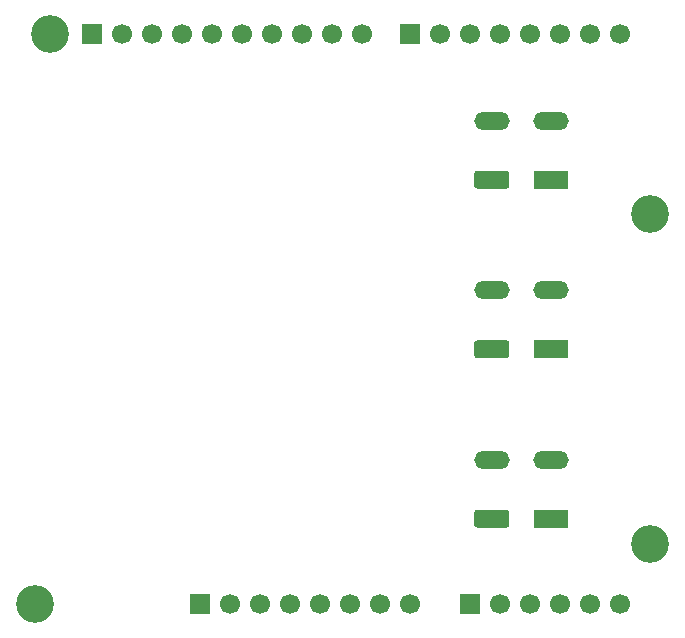
<source format=gbs>
G04 #@! TF.GenerationSoftware,KiCad,Pcbnew,9.0.6+1*
G04 #@! TF.CreationDate,2025-12-15T08:06:25+00:00*
G04 #@! TF.ProjectId,dreh_shield,64726568-5f73-4686-9965-6c642e6b6963,0.1*
G04 #@! TF.SameCoordinates,Original*
G04 #@! TF.FileFunction,Soldermask,Bot*
G04 #@! TF.FilePolarity,Negative*
%FSLAX46Y46*%
G04 Gerber Fmt 4.6, Leading zero omitted, Abs format (unit mm)*
G04 Created by KiCad (PCBNEW 9.0.6+1) date 2025-12-15 08:06:25*
%MOMM*%
%LPD*%
G01*
G04 APERTURE LIST*
%ADD10R,1.700000X1.700000*%
%ADD11C,1.700000*%
%ADD12R,3.000000X1.500000*%
%ADD13O,3.000000X1.500000*%
%ADD14C,3.200000*%
G04 APERTURE END LIST*
D10*
X27940000Y2540000D03*
D11*
X30480000Y2540000D03*
X33020000Y2540000D03*
X35560000Y2540000D03*
X38100000Y2540000D03*
X40640000Y2540000D03*
X43180000Y2540000D03*
X45720000Y2540000D03*
D10*
X50800000Y2540000D03*
D11*
X53340000Y2540000D03*
X55880000Y2540000D03*
X58420000Y2540000D03*
X60960000Y2540000D03*
X63500000Y2540000D03*
D10*
X18796000Y50800000D03*
D11*
X21336000Y50800000D03*
X23876000Y50800000D03*
X26416000Y50800000D03*
X28956000Y50800000D03*
X31496000Y50800000D03*
X34036000Y50800000D03*
X36576000Y50800000D03*
X39116000Y50800000D03*
X41656000Y50800000D03*
D10*
X45720000Y50800000D03*
D11*
X48260000Y50800000D03*
X50800000Y50800000D03*
X53340000Y50800000D03*
X55880000Y50800000D03*
X58420000Y50800000D03*
X60960000Y50800000D03*
X63500000Y50800000D03*
G36*
G01*
X53867499Y37700000D02*
X51367501Y37700000D01*
G75*
G02*
X51117500Y37950001I0J250001D01*
G01*
X51117500Y38949999D01*
G75*
G02*
X51367501Y39200000I250001J0D01*
G01*
X53867499Y39200000D01*
G75*
G02*
X54117500Y38949999I0J-250001D01*
G01*
X54117500Y37950001D01*
G75*
G02*
X53867499Y37700000I-250001J0D01*
G01*
G37*
D12*
X57617500Y38450000D03*
D13*
X52617500Y43450000D03*
X57617500Y43450000D03*
G36*
G01*
X53867499Y23350000D02*
X51367501Y23350000D01*
G75*
G02*
X51117500Y23600001I0J250001D01*
G01*
X51117500Y24599999D01*
G75*
G02*
X51367501Y24850000I250001J0D01*
G01*
X53867499Y24850000D01*
G75*
G02*
X54117500Y24599999I0J-250001D01*
G01*
X54117500Y23600001D01*
G75*
G02*
X53867499Y23350000I-250001J0D01*
G01*
G37*
D12*
X57617500Y24100000D03*
D13*
X52617500Y29100000D03*
X57617500Y29100000D03*
G36*
G01*
X53867499Y9000000D02*
X51367501Y9000000D01*
G75*
G02*
X51117500Y9250001I0J250001D01*
G01*
X51117500Y10249999D01*
G75*
G02*
X51367501Y10500000I250001J0D01*
G01*
X53867499Y10500000D01*
G75*
G02*
X54117500Y10249999I0J-250001D01*
G01*
X54117500Y9250001D01*
G75*
G02*
X53867499Y9000000I-250001J0D01*
G01*
G37*
D12*
X57617500Y9750000D03*
D13*
X52617500Y14750000D03*
X57617500Y14750000D03*
D14*
X15240000Y50800000D03*
X13970000Y2540000D03*
X66040000Y35560000D03*
X66040000Y7620000D03*
M02*

</source>
